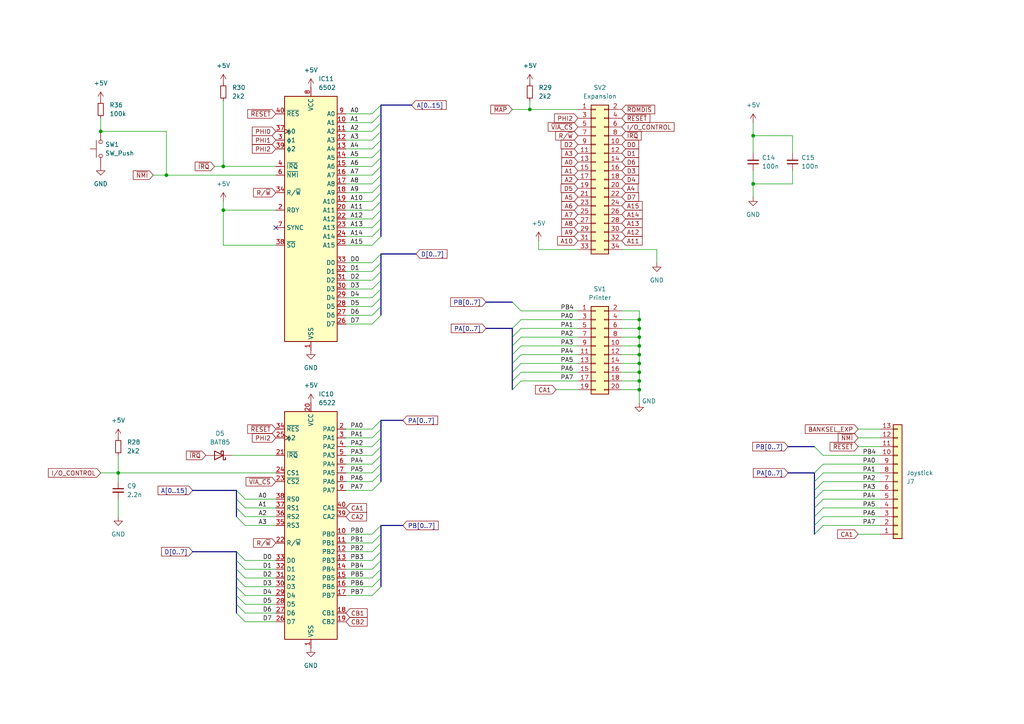
<source format=kicad_sch>
(kicad_sch (version 20231120) (generator "eeschema") (generator_version "8.0")
  (paper "A4")
  (lib_symbols
    (symbol "65xx-library:6502"
      (property "Reference" "U" (at 2.54 40.64 0))
      (property "Value" "6502" (at 2.54 38.1 0))
      (symbol "6502_1_1"
        (pin power_in line (at 0 -38.1 90) (length 2.54) (name "VSS") (number "1"))
        (pin output line (at 10.16 27.94 180) (length 2.54) (name "A1") (number "10"))
        (pin output line (at 10.16 25.4 180) (length 2.54) (name "A2") (number "11"))
        (pin output line (at 10.16 22.86 180) (length 2.54) (name "A3") (number "12"))
        (pin output line (at 10.16 20.32 180) (length 2.54) (name "A4") (number "13"))
        (pin output line (at 10.16 17.78 180) (length 2.54) (name "A5") (number "14"))
        (pin output line (at 10.16 15.24 180) (length 2.54) (name "A6") (number "15"))
        (pin output line (at 10.16 12.7 180) (length 2.54) (name "A7") (number "16"))
        (pin output line (at 10.16 10.16 180) (length 2.54) (name "A8") (number "17"))
        (pin output line (at 10.16 7.62 180) (length 2.54) (name "A9") (number "18"))
        (pin output line (at 10.16 5.08 180) (length 2.54) (name "A10") (number "19"))
        (pin input line (at -10.16 2.54 0) (length 2.54) (name "RDY") (number "2"))
        (pin output line (at 10.16 2.54 180) (length 2.54) (name "A11") (number "20"))
        (pin passive line (at 0 -38.1 90) (length 2.54) hide (name "VSS") (number "21"))
        (pin output line (at 10.16 0 180) (length 2.54) (name "A12") (number "22"))
        (pin output line (at 10.16 -2.54 180) (length 2.54) (name "A13") (number "23"))
        (pin output line (at 10.16 -5.08 180) (length 2.54) (name "A14") (number "24"))
        (pin output line (at 10.16 -7.62 180) (length 2.54) (name "A15") (number "25"))
        (pin bidirectional line (at 10.16 -30.48 180) (length 2.54) (name "D7") (number "26"))
        (pin bidirectional line (at 10.16 -27.94 180) (length 2.54) (name "D6") (number "27"))
        (pin bidirectional line (at 10.16 -25.4 180) (length 2.54) (name "D5") (number "28"))
        (pin bidirectional line (at 10.16 -22.86 180) (length 2.54) (name "D4") (number "29"))
        (pin output line (at -10.16 22.86 0) (length 2.54) (name "ϕ1") (number "3"))
        (pin bidirectional line (at 10.16 -20.32 180) (length 2.54) (name "D3") (number "30"))
        (pin bidirectional line (at 10.16 -17.78 180) (length 2.54) (name "D2") (number "31"))
        (pin bidirectional line (at 10.16 -15.24 180) (length 2.54) (name "D1") (number "32"))
        (pin bidirectional line (at 10.16 -12.7 180) (length 2.54) (name "D0") (number "33"))
        (pin output line (at -10.16 7.62 0) (length 2.54) (name "R/~{W}") (number "34"))
        (pin no_connect non_logic (at -7.62 -15.24 0) (length 2.54) hide (name "nc") (number "35"))
        (pin no_connect non_logic (at -7.62 -17.78 0) (length 2.54) hide (name "nc") (number "36"))
        (pin input clock (at -10.16 25.4 0) (length 2.54) (name "ϕ0") (number "37"))
        (pin input line (at -10.16 -7.62 0) (length 2.54) (name "~{SO}") (number "38"))
        (pin output line (at -10.16 20.32 0) (length 2.54) (name "ϕ2") (number "39"))
        (pin input line (at -10.16 15.24 0) (length 2.54) (name "~{IRQ}") (number "4"))
        (pin input line (at -10.16 30.48 0) (length 2.54) (name "~{RES}") (number "40"))
        (pin no_connect non_logic (at -7.62 -12.7 0) (length 2.54) hide (name "nc") (number "5"))
        (pin input line (at -10.16 12.7 0) (length 2.54) (name "~{NMI}") (number "6"))
        (pin output line (at -10.16 -2.54 0) (length 2.54) (name "SYNC") (number "7"))
        (pin power_in line (at 0 38.1 270) (length 2.54) (name "VCC") (number "8"))
        (pin output line (at 10.16 30.48 180) (length 2.54) (name "A0") (number "9"))
      )
    )
    (symbol "65xx-library:6522"
      (property "Reference" "U" (at 2.54 38.1 0))
      (property "Value" "6522" (at 2.54 35.56 0))
      (symbol "6522_1_1"
        (pin power_in line (at 0 -35.56 90) (length 2.54) (name "VSS") (number "1"))
        (pin bidirectional line (at 10.16 -2.54 180) (length 2.54) (name "PB0") (number "10"))
        (pin bidirectional line (at 10.16 -5.08 180) (length 2.54) (name "PB1") (number "11"))
        (pin bidirectional line (at 10.16 -7.62 180) (length 2.54) (name "PB2") (number "12"))
        (pin bidirectional line (at 10.16 -10.16 180) (length 2.54) (name "PB3") (number "13"))
        (pin bidirectional line (at 10.16 -12.7 180) (length 2.54) (name "PB4") (number "14"))
        (pin bidirectional line (at 10.16 -15.24 180) (length 2.54) (name "PB5") (number "15"))
        (pin bidirectional line (at 10.16 -17.78 180) (length 2.54) (name "PB6") (number "16"))
        (pin bidirectional line (at 10.16 -20.32 180) (length 2.54) (name "PB7") (number "17"))
        (pin input line (at 10.16 -25.4 180) (length 2.54) (name "CB1") (number "18"))
        (pin bidirectional line (at 10.16 -27.94 180) (length 2.54) (name "CB2") (number "19"))
        (pin bidirectional line (at 10.16 27.94 180) (length 2.54) (name "PA0") (number "2"))
        (pin power_in line (at 0 35.56 270) (length 2.54) (name "VCC") (number "20"))
        (pin open_collector line (at -10.16 20.32 0) (length 2.54) (name "~{IRQ}") (number "21"))
        (pin input line (at -10.16 -5.08 0) (length 2.54) (name "R/~{W}") (number "22"))
        (pin input line (at -10.16 12.7 0) (length 2.54) (name "~{CS2}") (number "23"))
        (pin input line (at -10.16 15.24 0) (length 2.54) (name "CS1") (number "24"))
        (pin input clock (at -10.16 25.4 0) (length 2.54) (name "ϕ2") (number "25"))
        (pin bidirectional line (at -10.16 -27.94 0) (length 2.54) (name "D7") (number "26"))
        (pin bidirectional line (at -10.16 -25.4 0) (length 2.54) (name "D6") (number "27"))
        (pin bidirectional line (at -10.16 -22.86 0) (length 2.54) (name "D5") (number "28"))
        (pin bidirectional line (at -10.16 -20.32 0) (length 2.54) (name "D4") (number "29"))
        (pin bidirectional line (at 10.16 25.4 180) (length 2.54) (name "PA1") (number "3"))
        (pin bidirectional line (at -10.16 -17.78 0) (length 2.54) (name "D3") (number "30"))
        (pin bidirectional line (at -10.16 -15.24 0) (length 2.54) (name "D2") (number "31"))
        (pin bidirectional line (at -10.16 -12.7 0) (length 2.54) (name "D1") (number "32"))
        (pin bidirectional line (at -10.16 -10.16 0) (length 2.54) (name "D0") (number "33"))
        (pin input line (at -10.16 27.94 0) (length 2.54) (name "~{RES}") (number "34"))
        (pin input line (at -10.16 0 0) (length 2.54) (name "RS3") (number "35"))
        (pin input line (at -10.16 2.54 0) (length 2.54) (name "RS2") (number "36"))
        (pin input line (at -10.16 5.08 0) (length 2.54) (name "RS1") (number "37"))
        (pin input line (at -10.16 7.62 0) (length 2.54) (name "RS0") (number "38"))
        (pin bidirectional line (at 10.16 2.54 180) (length 2.54) (name "CA2") (number "39"))
        (pin bidirectional line (at 10.16 22.86 180) (length 2.54) (name "PA2") (number "4"))
        (pin input line (at 10.16 5.08 180) (length 2.54) (name "CA1") (number "40"))
        (pin bidirectional line (at 10.16 20.32 180) (length 2.54) (name "PA3") (number "5"))
        (pin bidirectional line (at 10.16 17.78 180) (length 2.54) (name "PA4") (number "6"))
        (pin bidirectional line (at 10.16 15.24 180) (length 2.54) (name "PA5") (number "7"))
        (pin bidirectional line (at 10.16 12.7 180) (length 2.54) (name "PA6") (number "8"))
        (pin bidirectional line (at 10.16 10.16 180) (length 2.54) (name "PA7") (number "9"))
      )
    )
    (symbol "Connector_Generic:Conn_01x13" (pin_names (offset 1.016) hide)
      (property "Reference" "J" (at 0 17.78 0))
      (property "Value" "Conn_01x13" (at 0 -17.78 0))
      (symbol "Conn_01x13_1_1"
        (pin passive line (at -5.08 15.24 0) (length 3.81) (name "Pin_1") (number "1"))
        (pin passive line (at -5.08 -7.62 0) (length 3.81) (name "Pin_10") (number "10"))
        (pin passive line (at -5.08 -10.16 0) (length 3.81) (name "Pin_11") (number "11"))
        (pin passive line (at -5.08 -12.7 0) (length 3.81) (name "Pin_12") (number "12"))
        (pin passive line (at -5.08 -15.24 0) (length 3.81) (name "Pin_13") (number "13"))
        (pin passive line (at -5.08 12.7 0) (length 3.81) (name "Pin_2") (number "2"))
        (pin passive line (at -5.08 10.16 0) (length 3.81) (name "Pin_3") (number "3"))
        (pin passive line (at -5.08 7.62 0) (length 3.81) (name "Pin_4") (number "4"))
        (pin passive line (at -5.08 5.08 0) (length 3.81) (name "Pin_5") (number "5"))
        (pin passive line (at -5.08 2.54 0) (length 3.81) (name "Pin_6") (number "6"))
        (pin passive line (at -5.08 0 0) (length 3.81) (name "Pin_7") (number "7"))
        (pin passive line (at -5.08 -2.54 0) (length 3.81) (name "Pin_8") (number "8"))
        (pin passive line (at -5.08 -5.08 0) (length 3.81) (name "Pin_9") (number "9"))
      )
    )
    (symbol "Connector_Generic:Conn_02x10_Odd_Even" (pin_names (offset 1.016) hide)
      (property "Reference" "J" (at 1.27 12.7 0))
      (property "Value" "Conn_02x10_Odd_Even" (at 1.27 -15.24 0))
      (symbol "Conn_02x10_Odd_Even_1_1"
        (pin passive line (at -5.08 10.16 0) (length 3.81) (name "Pin_1") (number "1"))
        (pin passive line (at 7.62 0 180) (length 3.81) (name "Pin_10") (number "10"))
        (pin passive line (at -5.08 -2.54 0) (length 3.81) (name "Pin_11") (number "11"))
        (pin passive line (at 7.62 -2.54 180) (length 3.81) (name "Pin_12") (number "12"))
        (pin passive line (at -5.08 -5.08 0) (length 3.81) (name "Pin_13") (number "13"))
        (pin passive line (at 7.62 -5.08 180) (length 3.81) (name "Pin_14") (number "14"))
        (pin passive line (at -5.08 -7.62 0) (length 3.81) (name "Pin_15") (number "15"))
        (pin passive line (at 7.62 -7.62 180) (length 3.81) (name "Pin_16") (number "16"))
        (pin passive line (at -5.08 -10.16 0) (length 3.81) (name "Pin_17") (number "17"))
        (pin passive line (at 7.62 -10.16 180) (length 3.81) (name "Pin_18") (number "18"))
        (pin passive line (at -5.08 -12.7 0) (length 3.81) (name "Pin_19") (number "19"))
        (pin passive line (at 7.62 10.16 180) (length 3.81) (name "Pin_2") (number "2"))
        (pin passive line (at 7.62 -12.7 180) (length 3.81) (name "Pin_20") (number "20"))
        (pin passive line (at -5.08 7.62 0) (length 3.81) (name "Pin_3") (number "3"))
        (pin passive line (at 7.62 7.62 180) (length 3.81) (name "Pin_4") (number "4"))
        (pin passive line (at -5.08 5.08 0) (length 3.81) (name "Pin_5") (number "5"))
        (pin passive line (at 7.62 5.08 180) (length 3.81) (name "Pin_6") (number "6"))
        (pin passive line (at -5.08 2.54 0) (length 3.81) (name "Pin_7") (number "7"))
        (pin passive line (at 7.62 2.54 180) (length 3.81) (name "Pin_8") (number "8"))
        (pin passive line (at -5.08 0 0) (length 3.81) (name "Pin_9") (number "9"))
      )
    )
    (symbol "Connector_Generic:Conn_02x17_Odd_Even" (pin_names (offset 1.016) hide)
      (property "Reference" "J" (at 1.27 22.86 0))
      (property "Value" "Conn_02x17_Odd_Even" (at 1.27 -22.86 0))
      (symbol "Conn_02x17_Odd_Even_1_1"
        (pin passive line (at -5.08 20.32 0) (length 3.81) (name "Pin_1") (number "1"))
        (pin passive line (at 7.62 10.16 180) (length 3.81) (name "Pin_10") (number "10"))
        (pin passive line (at -5.08 7.62 0) (length 3.81) (name "Pin_11") (number "11"))
        (pin passive line (at 7.62 7.62 180) (length 3.81) (name "Pin_12") (number "12"))
        (pin passive line (at -5.08 5.08 0) (length 3.81) (name "Pin_13") (number "13"))
        (pin passive line (at 7.62 5.08 180) (length 3.81) (name "Pin_14") (number "14"))
        (pin passive line (at -5.08 2.54 0) (length 3.81) (name "Pin_15") (number "15"))
        (pin passive line (at 7.62 2.54 180) (length 3.81) (name "Pin_16") (number "16"))
        (pin passive line (at -5.08 0 0) (length 3.81) (name "Pin_17") (number "17"))
        (pin passive line (at 7.62 0 180) (length 3.81) (name "Pin_18") (number "18"))
        (pin passive line (at -5.08 -2.54 0) (length 3.81) (name "Pin_19") (number "19"))
        (pin passive line (at 7.62 20.32 180) (length 3.81) (name "Pin_2") (number "2"))
        (pin passive line (at 7.62 -2.54 180) (length 3.81) (name "Pin_20") (number "20"))
        (pin passive line (at -5.08 -5.08 0) (length 3.81) (name "Pin_21") (number "21"))
        (pin passive line (at 7.62 -5.08 180) (length 3.81) (name "Pin_22") (number "22"))
        (pin passive line (at -5.08 -7.62 0) (length 3.81) (name "Pin_23") (number "23"))
        (pin passive line (at 7.62 -7.62 180) (length 3.81) (name "Pin_24") (number "24"))
        (pin passive line (at -5.08 -10.16 0) (length 3.81) (name "Pin_25") (number "25"))
        (pin passive line (at 7.62 -10.16 180) (length 3.81) (name "Pin_26") (number "26"))
        (pin passive line (at -5.08 -12.7 0) (length 3.81) (name "Pin_27") (number "27"))
        (pin passive line (at 7.62 -12.7 180) (length 3.81) (name "Pin_28") (number "28"))
        (pin passive line (at -5.08 -15.24 0) (length 3.81) (name "Pin_29") (number "29"))
        (pin passive line (at -5.08 17.78 0) (length 3.81) (name "Pin_3") (number "3"))
        (pin passive line (at 7.62 -15.24 180) (length 3.81) (name "Pin_30") (number "30"))
        (pin passive line (at -5.08 -17.78 0) (length 3.81) (name "Pin_31") (number "31"))
        (pin passive line (at 7.62 -17.78 180) (length 3.81) (name "Pin_32") (number "32"))
        (pin passive line (at -5.08 -20.32 0) (length 3.81) (name "Pin_33") (number "33"))
        (pin passive line (at 7.62 -20.32 180) (length 3.81) (name "Pin_34") (number "34"))
        (pin passive line (at 7.62 17.78 180) (length 3.81) (name "Pin_4") (number "4"))
        (pin passive line (at -5.08 15.24 0) (length 3.81) (name "Pin_5") (number "5"))
        (pin passive line (at 7.62 15.24 180) (length 3.81) (name "Pin_6") (number "6"))
        (pin passive line (at -5.08 12.7 0) (length 3.81) (name "Pin_7") (number "7"))
        (pin passive line (at 7.62 12.7 180) (length 3.81) (name "Pin_8") (number "8"))
        (pin passive line (at -5.08 10.16 0) (length 3.81) (name "Pin_9") (number "9"))
      )
    )
    (symbol "Device:C_Small" (pin_numbers hide) (pin_names (offset 0.254) hide)
      (property "Reference" "C" (at 0.254 1.778 0))
      (property "Value" "C_Small" (at 0.254 -2.032 0))
      (symbol "C_Small_1_1"
        (pin passive line (at 0 2.54 270) (length 2.032) (name "~") (number "1"))
        (pin passive line (at 0 -2.54 90) (length 2.032) (name "~") (number "2"))
      )
    )
    (symbol "Device:R_Small" (pin_numbers hide) (pin_names (offset 0.254) hide)
      (property "Reference" "R" (at 0.762 0.508 0))
      (property "Value" "R_Small" (at 0.762 -1.016 0))
      (symbol "R_Small_1_1"
        (pin passive line (at 0 2.54 270) (length 0.762) (name "~") (number "1"))
        (pin passive line (at 0 -2.54 90) (length 0.762) (name "~") (number "2"))
      )
    )
    (symbol "Diode:BAT85" (pin_numbers hide) (pin_names (offset 1.016) hide)
      (property "Reference" "D" (at 0 2.54 0))
      (property "Value" "BAT85" (at 0 -2.54 0))
      (symbol "BAT85_1_1"
        (pin passive line (at -3.81 0 0) (length 2.54) (name "K") (number "1"))
        (pin passive line (at 3.81 0 180) (length 2.54) (name "A") (number "2"))
      )
    )
    (symbol "Switch:SW_Push" (pin_numbers hide) (pin_names (offset 1.016) hide)
      (property "Reference" "SW" (at 1.27 2.54 0))
      (property "Value" "SW_Push" (at 0 -1.524 0))
      (symbol "SW_Push_0_1"
        (pin passive line (at -5.08 0 0) (length 2.54) (name "1") (number "1"))
        (pin passive line (at 5.08 0 180) (length 2.54) (name "2") (number "2"))
      )
    )
    (symbol "power:+5V" (power) (pin_numbers hide) (pin_names (offset 0) hide)
      (property "Value" "+5V" (at 0 3.556 0))
      (symbol "+5V_1_1"
        (pin power_in line (at 0 0 90) (length 0) (name "~") (number "1"))
      )
    )
    (symbol "power:GND" (power) (pin_numbers hide) (pin_names (offset 0) hide)
      (property "Value" "GND" (at 0 -3.81 0))
      (symbol "GND_1_1"
        (pin power_in line (at 0 0 270) (length 0) (name "~") (number "1"))
      )
    )
  )
  (junction (at 185.42 113.03))
  (junction (at 153.67 31.75))
  (junction (at 185.42 105.41))
  (junction (at 218.44 39.37))
  (junction (at 185.42 107.95))
  (junction (at 185.42 100.33))
  (junction (at 185.42 102.87))
  (junction (at 34.29 137.16))
  (junction (at 185.42 92.71))
  (junction (at 64.77 60.96))
  (junction (at 29.21 38.1))
  (junction (at 185.42 95.25))
  (junction (at 48.26 50.8))
  (junction (at 185.42 97.79))
  (junction (at 64.77 48.26))
  (junction (at 218.44 53.34))
  (junction (at 185.42 110.49))
  (no_connect (at 80.01 66.04))
  (bus_entry (at 107.95 170.18) (size 2.54 -2.54))
  (bus_entry (at 107.95 137.16) (size 2.54 -2.54))
  (bus_entry (at 236.22 144.78) (size 2.54 -2.54))
  (bus_entry (at 107.95 43.18) (size 2.54 -2.54))
  (bus_entry (at 107.95 40.64) (size 2.54 -2.54))
  (bus_entry (at 68.58 160.02) (size 2.54 2.54))
  (bus_entry (at 107.95 172.72) (size 2.54 -2.54))
  (bus_entry (at 148.59 95.25) (size 2.54 -2.54))
  (bus_entry (at 107.95 83.82) (size 2.54 -2.54))
  (bus_entry (at 68.58 149.86) (size 2.54 2.54))
  (bus_entry (at 107.95 38.1) (size 2.54 -2.54))
  (bus_entry (at 107.95 45.72) (size 2.54 -2.54))
  (bus_entry (at 107.95 134.62) (size 2.54 -2.54))
  (bus_entry (at 107.95 127) (size 2.54 -2.54))
  (bus_entry (at 148.59 113.03) (size 2.54 -2.54))
  (bus_entry (at 107.95 165.1) (size 2.54 -2.54))
  (bus_entry (at 68.58 167.64) (size 2.54 2.54))
  (bus_entry (at 107.95 162.56) (size 2.54 -2.54))
  (bus_entry (at 107.95 142.24) (size 2.54 -2.54))
  (bus_entry (at 107.95 35.56) (size 2.54 -2.54))
  (bus_entry (at 236.22 139.7) (size 2.54 -2.54))
  (bus_entry (at 107.95 53.34) (size 2.54 -2.54))
  (bus_entry (at 148.59 107.95) (size 2.54 -2.54))
  (bus_entry (at 148.59 97.79) (size 2.54 -2.54))
  (bus_entry (at 107.95 160.02) (size 2.54 -2.54))
  (bus_entry (at 68.58 172.72) (size 2.54 2.54))
  (bus_entry (at 68.58 144.78) (size 2.54 2.54))
  (bus_entry (at 148.59 110.49) (size 2.54 -2.54))
  (bus_entry (at 68.58 177.8) (size 2.54 2.54))
  (bus_entry (at 107.95 93.98) (size 2.54 -2.54))
  (bus_entry (at 107.95 76.2) (size 2.54 -2.54))
  (bus_entry (at 107.95 91.44) (size 2.54 -2.54))
  (bus_entry (at 107.95 124.46) (size 2.54 -2.54))
  (bus_entry (at 68.58 175.26) (size 2.54 2.54))
  (bus_entry (at 107.95 33.02) (size 2.54 -2.54))
  (bus_entry (at 107.95 132.08) (size 2.54 -2.54))
  (bus_entry (at 107.95 68.58) (size 2.54 -2.54))
  (bus_entry (at 68.58 162.56) (size 2.54 2.54))
  (bus_entry (at 107.95 71.12) (size 2.54 -2.54))
  (bus_entry (at 107.95 63.5) (size 2.54 -2.54))
  (bus_entry (at 68.58 170.18) (size 2.54 2.54))
  (bus_entry (at 236.22 142.24) (size 2.54 -2.54))
  (bus_entry (at 107.95 139.7) (size 2.54 -2.54))
  (bus_entry (at 236.22 154.94) (size 2.54 -2.54))
  (bus_entry (at 148.59 102.87) (size 2.54 -2.54))
  (bus_entry (at 107.95 86.36) (size 2.54 -2.54))
  (bus_entry (at 107.95 154.94) (size 2.54 -2.54))
  (bus_entry (at 236.22 137.16) (size 2.54 -2.54))
  (bus_entry (at 148.59 100.33) (size 2.54 -2.54))
  (bus_entry (at 236.22 152.4) (size 2.54 -2.54))
  (bus_entry (at 107.95 157.48) (size 2.54 -2.54))
  (bus_entry (at 107.95 81.28) (size 2.54 -2.54))
  (bus_entry (at 236.22 149.86) (size 2.54 -2.54))
  (bus_entry (at 151.13 90.17) (size -2.54 -2.54))
  (bus_entry (at 107.95 66.04) (size 2.54 -2.54))
  (bus_entry (at 236.22 147.32) (size 2.54 -2.54))
  (bus_entry (at 107.95 167.64) (size 2.54 -2.54))
  (bus_entry (at 107.95 50.8) (size 2.54 -2.54))
  (bus_entry (at 107.95 129.54) (size 2.54 -2.54))
  (bus_entry (at 68.58 142.24) (size 2.54 2.54))
  (bus_entry (at 107.95 78.74) (size 2.54 -2.54))
  (bus_entry (at 107.95 58.42) (size 2.54 -2.54))
  (bus_entry (at 107.95 55.88) (size 2.54 -2.54))
  (bus_entry (at 107.95 88.9) (size 2.54 -2.54))
  (bus_entry (at 68.58 165.1) (size 2.54 2.54))
  (bus_entry (at 68.58 147.32) (size 2.54 2.54))
  (bus_entry (at 107.95 60.96) (size 2.54 -2.54))
  (bus_entry (at 107.95 48.26) (size 2.54 -2.54))
  (bus_entry (at 238.76 132.08) (size -2.54 -2.54))
  (bus_entry (at 148.59 105.41) (size 2.54 -2.54))
  (wire (pts (xy 80.01 71.12) (xy 64.77 71.12)))
  (bus (pts (xy 110.49 38.1) (xy 110.49 35.56)))
  (wire (pts (xy 100.33 43.18) (xy 107.95 43.18)))
  (wire (pts (xy 180.34 100.33) (xy 185.42 100.33)))
  (wire (pts (xy 100.33 78.74) (xy 107.95 78.74)))
  (wire (pts (xy 238.76 149.86) (xy 255.27 149.86)))
  (wire (pts (xy 218.44 35.56) (xy 218.44 39.37)))
  (wire (pts (xy 100.33 157.48) (xy 107.95 157.48)))
  (wire (pts (xy 229.87 39.37) (xy 229.87 44.45)))
  (wire (pts (xy 180.34 95.25) (xy 185.42 95.25)))
  (bus (pts (xy 110.49 127) (xy 110.49 124.46)))
  (wire (pts (xy 71.12 175.26) (xy 80.01 175.26)))
  (wire (pts (xy 238.76 142.24) (xy 255.27 142.24)))
  (wire (pts (xy 248.92 129.54) (xy 255.27 129.54)))
  (wire (pts (xy 64.77 58.42) (xy 64.77 60.96)))
  (wire (pts (xy 218.44 53.34) (xy 218.44 57.15)))
  (wire (pts (xy 100.33 55.88) (xy 107.95 55.88)))
  (wire (pts (xy 248.92 124.46) (xy 255.27 124.46)))
  (bus (pts (xy 110.49 88.9) (xy 110.49 86.36)))
  (wire (pts (xy 190.5 72.39) (xy 190.5 76.2)))
  (wire (pts (xy 238.76 139.7) (xy 255.27 139.7)))
  (wire (pts (xy 153.67 29.21) (xy 153.67 31.75)))
  (wire (pts (xy 100.33 45.72) (xy 107.95 45.72)))
  (wire (pts (xy 180.34 102.87) (xy 185.42 102.87)))
  (wire (pts (xy 71.12 144.78) (xy 80.01 144.78)))
  (bus (pts (xy 68.58 149.86) (xy 68.58 147.32)))
  (wire (pts (xy 34.29 132.08) (xy 34.29 137.16)))
  (wire (pts (xy 151.13 95.25) (xy 167.64 95.25)))
  (wire (pts (xy 100.33 53.34) (xy 107.95 53.34)))
  (wire (pts (xy 71.12 167.64) (xy 80.01 167.64)))
  (wire (pts (xy 156.21 69.85) (xy 156.21 72.39)))
  (wire (pts (xy 44.45 50.8) (xy 48.26 50.8)))
  (wire (pts (xy 229.87 53.34) (xy 218.44 53.34)))
  (bus (pts (xy 236.22 149.86) (xy 236.22 147.32)))
  (bus (pts (xy 110.49 43.18) (xy 110.49 40.64)))
  (wire (pts (xy 100.33 71.12) (xy 107.95 71.12)))
  (bus (pts (xy 140.97 95.25) (xy 148.59 95.25)))
  (wire (pts (xy 100.33 167.64) (xy 107.95 167.64)))
  (bus (pts (xy 110.49 121.92) (xy 116.84 121.92)))
  (wire (pts (xy 218.44 39.37) (xy 229.87 39.37)))
  (bus (pts (xy 68.58 147.32) (xy 68.58 144.78)))
  (wire (pts (xy 71.12 172.72) (xy 80.01 172.72)))
  (bus (pts (xy 110.49 170.18) (xy 110.49 167.64)))
  (wire (pts (xy 100.33 91.44) (xy 107.95 91.44)))
  (bus (pts (xy 110.49 53.34) (xy 110.49 50.8)))
  (bus (pts (xy 110.49 91.44) (xy 110.49 88.9)))
  (bus (pts (xy 68.58 172.72) (xy 68.58 170.18)))
  (wire (pts (xy 185.42 97.79) (xy 185.42 100.33)))
  (bus (pts (xy 148.59 97.79) (xy 148.59 95.25)))
  (wire (pts (xy 100.33 139.7) (xy 107.95 139.7)))
  (bus (pts (xy 110.49 60.96) (xy 110.49 58.42)))
  (bus (pts (xy 68.58 144.78) (xy 68.58 142.24)))
  (wire (pts (xy 100.33 50.8) (xy 107.95 50.8)))
  (wire (pts (xy 100.33 63.5) (xy 107.95 63.5)))
  (wire (pts (xy 180.34 110.49) (xy 185.42 110.49)))
  (wire (pts (xy 48.26 50.8) (xy 80.01 50.8)))
  (wire (pts (xy 180.34 92.71) (xy 185.42 92.71)))
  (bus (pts (xy 110.49 76.2) (xy 110.49 73.66)))
  (wire (pts (xy 151.13 100.33) (xy 167.64 100.33)))
  (wire (pts (xy 100.33 68.58) (xy 107.95 68.58)))
  (bus (pts (xy 236.22 147.32) (xy 236.22 144.78)))
  (wire (pts (xy 180.34 72.39) (xy 190.5 72.39)))
  (wire (pts (xy 100.33 162.56) (xy 107.95 162.56)))
  (bus (pts (xy 110.49 129.54) (xy 110.49 127)))
  (wire (pts (xy 100.33 137.16) (xy 107.95 137.16)))
  (wire (pts (xy 151.13 110.49) (xy 167.64 110.49)))
  (bus (pts (xy 236.22 139.7) (xy 236.22 137.16)))
  (wire (pts (xy 180.34 90.17) (xy 185.42 90.17)))
  (wire (pts (xy 71.12 170.18) (xy 80.01 170.18)))
  (wire (pts (xy 100.33 76.2) (xy 107.95 76.2)))
  (bus (pts (xy 110.49 73.66) (xy 120.65 73.66)))
  (wire (pts (xy 248.92 154.94) (xy 255.27 154.94)))
  (wire (pts (xy 151.13 105.41) (xy 167.64 105.41)))
  (bus (pts (xy 110.49 124.46) (xy 110.49 121.92)))
  (bus (pts (xy 110.49 45.72) (xy 110.49 43.18)))
  (wire (pts (xy 238.76 152.4) (xy 255.27 152.4)))
  (wire (pts (xy 71.12 149.86) (xy 80.01 149.86)))
  (wire (pts (xy 185.42 95.25) (xy 185.42 97.79)))
  (wire (pts (xy 148.59 31.75) (xy 153.67 31.75)))
  (wire (pts (xy 238.76 132.08) (xy 255.27 132.08)))
  (wire (pts (xy 185.42 92.71) (xy 185.42 95.25)))
  (wire (pts (xy 238.76 137.16) (xy 255.27 137.16)))
  (bus (pts (xy 110.49 152.4) (xy 116.84 152.4)))
  (wire (pts (xy 71.12 177.8) (xy 80.01 177.8)))
  (bus (pts (xy 68.58 175.26) (xy 68.58 172.72)))
  (bus (pts (xy 110.49 134.62) (xy 110.49 132.08)))
  (wire (pts (xy 185.42 113.03) (xy 185.42 116.84)))
  (wire (pts (xy 100.33 66.04) (xy 107.95 66.04)))
  (wire (pts (xy 100.33 86.36) (xy 107.95 86.36)))
  (bus (pts (xy 110.49 33.02) (xy 110.49 30.48)))
  (bus (pts (xy 110.49 139.7) (xy 110.49 137.16)))
  (wire (pts (xy 34.29 149.86) (xy 34.29 144.78)))
  (bus (pts (xy 110.49 162.56) (xy 110.49 165.1)))
  (bus (pts (xy 110.49 35.56) (xy 110.49 33.02)))
  (bus (pts (xy 110.49 132.08) (xy 110.49 129.54)))
  (bus (pts (xy 110.49 86.36) (xy 110.49 83.82)))
  (wire (pts (xy 218.44 44.45) (xy 218.44 39.37)))
  (wire (pts (xy 167.64 72.39) (xy 156.21 72.39)))
  (bus (pts (xy 110.49 154.94) (xy 110.49 152.4)))
  (wire (pts (xy 100.33 40.64) (xy 107.95 40.64)))
  (bus (pts (xy 110.49 40.64) (xy 110.49 38.1)))
  (bus (pts (xy 110.49 160.02) (xy 110.49 157.48)))
  (bus (pts (xy 110.49 78.74) (xy 110.49 76.2)))
  (wire (pts (xy 180.34 113.03) (xy 185.42 113.03)))
  (wire (pts (xy 29.21 34.29) (xy 29.21 38.1)))
  (bus (pts (xy 68.58 167.64) (xy 68.58 165.1)))
  (wire (pts (xy 100.33 93.98) (xy 107.95 93.98)))
  (wire (pts (xy 151.13 92.71) (xy 167.64 92.71)))
  (wire (pts (xy 100.33 134.62) (xy 107.95 134.62)))
  (bus (pts (xy 68.58 177.8) (xy 68.58 175.26)))
  (wire (pts (xy 71.12 152.4) (xy 80.01 152.4)))
  (bus (pts (xy 110.49 157.48) (xy 110.49 154.94)))
  (bus (pts (xy 110.49 48.26) (xy 110.49 45.72)))
  (wire (pts (xy 64.77 29.21) (xy 64.77 48.26)))
  (wire (pts (xy 151.13 107.95) (xy 167.64 107.95)))
  (bus (pts (xy 236.22 144.78) (xy 236.22 142.24)))
  (wire (pts (xy 100.33 38.1) (xy 107.95 38.1)))
  (wire (pts (xy 100.33 129.54) (xy 107.95 129.54)))
  (wire (pts (xy 100.33 172.72) (xy 107.95 172.72)))
  (bus (pts (xy 228.6 137.16) (xy 236.22 137.16)))
  (bus (pts (xy 236.22 154.94) (xy 236.22 152.4)))
  (wire (pts (xy 100.33 35.56) (xy 107.95 35.56)))
  (bus (pts (xy 68.58 165.1) (xy 68.58 162.56)))
  (wire (pts (xy 100.33 33.02) (xy 107.95 33.02)))
  (wire (pts (xy 100.33 142.24) (xy 107.95 142.24)))
  (wire (pts (xy 100.33 170.18) (xy 107.95 170.18)))
  (wire (pts (xy 34.29 137.16) (xy 34.29 139.7)))
  (wire (pts (xy 185.42 102.87) (xy 185.42 105.41)))
  (wire (pts (xy 71.12 162.56) (xy 80.01 162.56)))
  (bus (pts (xy 148.59 107.95) (xy 148.59 105.41)))
  (bus (pts (xy 55.88 142.24) (xy 68.58 142.24)))
  (wire (pts (xy 100.33 124.46) (xy 107.95 124.46)))
  (bus (pts (xy 68.58 162.56) (xy 68.58 160.02)))
  (wire (pts (xy 218.44 53.34) (xy 218.44 49.53)))
  (bus (pts (xy 110.49 83.82) (xy 110.49 81.28)))
  (bus (pts (xy 148.59 100.33) (xy 148.59 97.79)))
  (wire (pts (xy 248.92 127) (xy 255.27 127)))
  (bus (pts (xy 148.59 105.41) (xy 148.59 102.87)))
  (wire (pts (xy 180.34 107.95) (xy 185.42 107.95)))
  (wire (pts (xy 71.12 180.34) (xy 80.01 180.34)))
  (bus (pts (xy 110.49 63.5) (xy 110.49 60.96)))
  (bus (pts (xy 140.97 87.63) (xy 148.59 87.63)))
  (wire (pts (xy 29.21 137.16) (xy 34.29 137.16)))
  (bus (pts (xy 148.59 113.03) (xy 148.59 110.49)))
  (wire (pts (xy 185.42 107.95) (xy 185.42 110.49)))
  (wire (pts (xy 29.21 38.1) (xy 48.26 38.1)))
  (wire (pts (xy 151.13 90.17) (xy 167.64 90.17)))
  (wire (pts (xy 71.12 147.32) (xy 80.01 147.32)))
  (wire (pts (xy 71.12 165.1) (xy 80.01 165.1)))
  (wire (pts (xy 100.33 58.42) (xy 107.95 58.42)))
  (wire (pts (xy 238.76 147.32) (xy 255.27 147.32)))
  (bus (pts (xy 110.49 165.1) (xy 110.49 167.64)))
  (bus (pts (xy 110.49 81.28) (xy 110.49 78.74)))
  (wire (pts (xy 153.67 31.75) (xy 167.64 31.75)))
  (wire (pts (xy 100.33 88.9) (xy 107.95 88.9)))
  (wire (pts (xy 100.33 81.28) (xy 107.95 81.28)))
  (wire (pts (xy 64.77 60.96) (xy 80.01 60.96)))
  (bus (pts (xy 110.49 137.16) (xy 110.49 134.62)))
  (wire (pts (xy 64.77 48.26) (xy 80.01 48.26)))
  (wire (pts (xy 180.34 97.79) (xy 185.42 97.79)))
  (wire (pts (xy 180.34 105.41) (xy 185.42 105.41)))
  (bus (pts (xy 148.59 110.49) (xy 148.59 107.95)))
  (wire (pts (xy 151.13 102.87) (xy 167.64 102.87)))
  (bus (pts (xy 148.59 102.87) (xy 148.59 100.33)))
  (wire (pts (xy 100.33 160.02) (xy 107.95 160.02)))
  (wire (pts (xy 100.33 154.94) (xy 107.95 154.94)))
  (wire (pts (xy 185.42 100.33) (xy 185.42 102.87)))
  (bus (pts (xy 110.49 58.42) (xy 110.49 55.88)))
  (bus (pts (xy 55.88 160.02) (xy 68.58 160.02)))
  (wire (pts (xy 100.33 132.08) (xy 107.95 132.08)))
  (bus (pts (xy 236.22 142.24) (xy 236.22 139.7)))
  (bus (pts (xy 236.22 152.4) (xy 236.22 149.86)))
  (wire (pts (xy 185.42 90.17) (xy 185.42 92.71)))
  (wire (pts (xy 100.33 165.1) (xy 107.95 165.1)))
  (bus (pts (xy 228.6 129.54) (xy 236.22 129.54)))
  (wire (pts (xy 238.76 134.62) (xy 255.27 134.62)))
  (wire (pts (xy 48.26 50.8) (xy 48.26 38.1)))
  (wire (pts (xy 100.33 60.96) (xy 107.95 60.96)))
  (wire (pts (xy 229.87 49.53) (xy 229.87 53.34)))
  (wire (pts (xy 100.33 48.26) (xy 107.95 48.26)))
  (bus (pts (xy 110.49 55.88) (xy 110.49 53.34)))
  (bus (pts (xy 110.49 66.04) (xy 110.49 63.5)))
  (wire (pts (xy 238.76 144.78) (xy 255.27 144.78)))
  (bus (pts (xy 110.49 50.8) (xy 110.49 48.26)))
  (wire (pts (xy 151.13 97.79) (xy 167.64 97.79)))
  (wire (pts (xy 185.42 110.49) (xy 185.42 113.03)))
  (wire (pts (xy 64.77 60.96) (xy 64.77 71.12)))
  (wire (pts (xy 100.33 83.82) (xy 107.95 83.82)))
  (bus (pts (xy 110.49 30.48) (xy 119.38 30.48)))
  (wire (pts (xy 34.29 137.16) (xy 80.01 137.16)))
  (wire (pts (xy 185.42 105.41) (xy 185.42 107.95)))
  (bus (pts (xy 68.58 170.18) (xy 68.58 167.64)))
  (bus (pts (xy 110.49 68.58) (xy 110.49 66.04)))
  (bus (pts (xy 110.49 162.56) (xy 110.49 160.02)))
  (wire (pts (xy 67.31 132.08) (xy 80.01 132.08)))
  (wire (pts (xy 100.33 127) (xy 107.95 127)))
  (wire (pts (xy 161.29 113.03) (xy 167.64 113.03)))
  (wire (pts (xy 62.23 48.26) (xy 64.77 48.26)))
  (label "D3" (at 101.6 83.82 0))
  (label "PB1" (at 101.6 157.48 0))
  (label "PA5" (at 250.19 147.32 0))
  (label "PA3" (at 101.6 132.08 0))
  (label "A13" (at 101.6 66.04 0))
  (label "PA1" (at 250.19 137.16 0))
  (label "D5" (at 76.2 175.26 0))
  (label "D5" (at 101.6 88.9 0))
  (label "D0" (at 101.6 76.2 0))
  (label "D7" (at 76.2 180.34 0))
  (label "PA2" (at 162.56 97.79 0))
  (label "PA3" (at 162.56 100.33 0))
  (label "PB6" (at 101.6 170.18 0))
  (label "D7" (at 101.6 93.98 0))
  (label "PB4" (at 162.56 90.17 0))
  (label "PB3" (at 101.6 162.56 0))
  (label "A5" (at 101.6 45.72 0))
  (label "PA6" (at 250.19 149.86 0))
  (label "D4" (at 101.6 86.36 0))
  (label "D2" (at 101.6 81.28 0))
  (label "PA1" (at 162.56 95.25 0))
  (label "PA0" (at 101.6 124.46 0))
  (label "D1" (at 101.6 78.74 0))
  (label "A15" (at 101.6 71.12 0))
  (label "PA7" (at 162.56 110.49 0))
  (label "PB5" (at 101.6 167.64 0))
  (label "A3" (at 74.93 152.4 0))
  (label "A0" (at 101.6 33.02 0))
  (label "PB4" (at 101.6 165.1 0))
  (label "PA3" (at 250.19 142.24 0))
  (label "A2" (at 74.93 149.86 0))
  (label "PB0" (at 101.6 154.94 0))
  (label "A7" (at 101.6 50.8 0))
  (label "A1" (at 101.6 35.56 0))
  (label "A14" (at 101.6 68.58 0))
  (label "A4" (at 101.6 43.18 0))
  (label "A2" (at 101.6 38.1 0))
  (label "D1" (at 76.2 165.1 0))
  (label "PA6" (at 162.56 107.95 0))
  (label "PA2" (at 250.19 139.7 0))
  (label "A9" (at 101.6 55.88 0))
  (label "PA4" (at 162.56 102.87 0))
  (label "A0" (at 74.93 144.78 0))
  (label "PA1" (at 101.6 127 0))
  (label "A11" (at 101.6 60.96 0))
  (label "D4" (at 76.2 172.72 0))
  (label "PA0" (at 250.19 134.62 0))
  (label "PA6" (at 101.6 139.7 0))
  (label "A6" (at 101.6 48.26 0))
  (label "A12" (at 101.6 63.5 0))
  (label "D0" (at 76.2 162.56 0))
  (label "PB2" (at 101.6 160.02 0))
  (label "D6" (at 101.6 91.44 0))
  (label "PB7" (at 101.6 172.72 0))
  (label "PA5" (at 101.6 137.16 0))
  (label "A3" (at 101.6 40.64 0))
  (label "D3" (at 76.2 170.18 0))
  (label "A1" (at 74.93 147.32 0))
  (label "D6" (at 76.2 177.8 0))
  (label "PB4" (at 250.19 132.08 0))
  (label "A10" (at 101.6 58.42 0))
  (label "D2" (at 76.2 167.64 0))
  (label "PA4" (at 250.19 144.78 0))
  (label "A8" (at 101.6 53.34 0))
  (label "PA4" (at 101.6 134.62 0))
  (label "PA7" (at 101.6 142.24 0))
  (label "PA0" (at 162.56 92.71 0))
  (label "PA5" (at 162.56 105.41 0))
  (label "PA2" (at 101.6 129.54 0))
  (label "PA7" (at 250.19 152.4 0))
  (global_label "A12" (shape input) (at 180.34 67.31 0) (property "Intersheetrefs" "${INTERSHEET_REFS}" (effects (hide yes))))
  (global_label "PHI2" (shape input) (at 80.01 127 180) (property "Intersheetrefs" "${INTERSHEET_REFS}" (effects (hide yes))))
  (global_label "D0" (shape input) (at 180.34 41.91 0) (property "Intersheetrefs" "${INTERSHEET_REFS}" (effects (hide yes))))
  (global_label "A13" (shape input) (at 180.34 64.77 0) (property "Intersheetrefs" "${INTERSHEET_REFS}" (effects (hide yes))))
  (global_label "PHI2" (shape input) (at 167.64 34.29 180) (property "Intersheetrefs" "${INTERSHEET_REFS}" (effects (hide yes))))
  (global_label "A7" (shape input) (at 167.64 62.23 180) (property "Intersheetrefs" "${INTERSHEET_REFS}" (effects (hide yes))))
  (global_label "PB[0..7]" (shape input) (at 228.6 129.54 180) (property "Intersheetrefs" "${INTERSHEET_REFS}" (effects (hide yes))))
  (global_label "PHI1" (shape input) (at 80.01 40.64 180) (property "Intersheetrefs" "${INTERSHEET_REFS}" (effects (hide yes))))
  (global_label "A6" (shape input) (at 167.64 59.69 180) (property "Intersheetrefs" "${INTERSHEET_REFS}" (effects (hide yes))))
  (global_label "PA[0..7]" (shape input) (at 228.6 137.16 180) (property "Intersheetrefs" "${INTERSHEET_REFS}" (effects (hide yes))))
  (global_label "PHI2" (shape input) (at 80.01 43.18 180) (property "Intersheetrefs" "${INTERSHEET_REFS}" (effects (hide yes))))
  (global_label "CA2" (shape input) (at 100.33 149.86 0) (property "Intersheetrefs" "${INTERSHEET_REFS}" (effects (hide yes))))
  (global_label "A11" (shape input) (at 180.34 69.85 0) (property "Intersheetrefs" "${INTERSHEET_REFS}" (effects (hide yes))))
  (global_label "D2" (shape input) (at 167.64 41.91 180) (property "Intersheetrefs" "${INTERSHEET_REFS}" (effects (hide yes))))
  (global_label "~{IRQ}" (shape input) (at 62.23 48.26 180) (property "Intersheetrefs" "${INTERSHEET_REFS}" (effects (hide yes))))
  (global_label "~{MAP}" (shape input) (at 148.59 31.75 180) (property "Intersheetrefs" "${INTERSHEET_REFS}" (effects (hide yes))))
  (global_label "~{IRQ}" (shape input) (at 180.34 39.37 0) (property "Intersheetrefs" "${INTERSHEET_REFS}" (effects (hide yes))))
  (global_label "CA1" (shape input) (at 161.29 113.03 180) (property "Intersheetrefs" "${INTERSHEET_REFS}" (effects (hide yes))))
  (global_label "PB[0..7]" (shape input) (at 140.97 87.63 180) (property "Intersheetrefs" "${INTERSHEET_REFS}" (effects (hide yes))))
  (global_label "A10" (shape input) (at 167.64 69.85 180) (property "Intersheetrefs" "${INTERSHEET_REFS}" (effects (hide yes))))
  (global_label "A9" (shape input) (at 167.64 67.31 180) (property "Intersheetrefs" "${INTERSHEET_REFS}" (effects (hide yes))))
  (global_label "CA1" (shape input) (at 248.92 154.94 180) (property "Intersheetrefs" "${INTERSHEET_REFS}" (effects (hide yes))))
  (global_label "A14" (shape input) (at 180.34 62.23 0) (property "Intersheetrefs" "${INTERSHEET_REFS}" (effects (hide yes))))
  (global_label "A8" (shape input) (at 167.64 64.77 180) (property "Intersheetrefs" "${INTERSHEET_REFS}" (effects (hide yes))))
  (global_label "R{slash}~{W}" (shape input) (at 80.01 157.48 180) (property "Intersheetrefs" "${INTERSHEET_REFS}" (effects (hide yes))))
  (global_label "A[0..15]" (shape input) (at 119.38 30.48 0) (property "Intersheetrefs" "${INTERSHEET_REFS}" (effects (hide yes))))
  (global_label "PA[0..7]" (shape input) (at 140.97 95.25 180) (property "Intersheetrefs" "${INTERSHEET_REFS}" (effects (hide yes))))
  (global_label "D7" (shape input) (at 180.34 57.15 0) (property "Intersheetrefs" "${INTERSHEET_REFS}" (effects (hide yes))))
  (global_label "PB[0..7]" (shape input) (at 116.84 152.4 0) (property "Intersheetrefs" "${INTERSHEET_REFS}" (effects (hide yes))))
  (global_label "A1" (shape input) (at 167.64 49.53 180) (property "Intersheetrefs" "${INTERSHEET_REFS}" (effects (hide yes))))
  (global_label "~{RESET}" (shape input) (at 248.92 129.54 180) (property "Intersheetrefs" "${INTERSHEET_REFS}" (effects (hide yes))))
  (global_label "A0" (shape input) (at 167.64 46.99 180) (property "Intersheetrefs" "${INTERSHEET_REFS}" (effects (hide yes))))
  (global_label "PA[0..7]" (shape input) (at 116.84 121.92 0) (property "Intersheetrefs" "${INTERSHEET_REFS}" (effects (hide yes))))
  (global_label "CB2" (shape input) (at 100.33 180.34 0) (property "Intersheetrefs" "${INTERSHEET_REFS}" (effects (hide yes))))
  (global_label "A2" (shape input) (at 167.64 52.07 180) (property "Intersheetrefs" "${INTERSHEET_REFS}" (effects (hide yes))))
  (global_label "A3" (shape input) (at 167.64 44.45 180) (property "Intersheetrefs" "${INTERSHEET_REFS}" (effects (hide yes))))
  (global_label "~{VIA_CS}" (shape input) (at 80.01 139.7 180) (property "Intersheetrefs" "${INTERSHEET_REFS}" (effects (hide yes))))
  (global_label "BANKSEL_EXP" (shape input) (at 248.92 124.46 180) (property "Intersheetrefs" "${INTERSHEET_REFS}" (effects (hide yes))))
  (global_label "~{RESET}" (shape input) (at 80.01 124.46 180) (property "Intersheetrefs" "${INTERSHEET_REFS}" (effects (hide yes))))
  (global_label "R{slash}~{W}" (shape input) (at 80.01 55.88 180) (property "Intersheetrefs" "${INTERSHEET_REFS}" (effects (hide yes))))
  (global_label "~{IRQ}" (shape input) (at 59.69 132.08 180) (property "Intersheetrefs" "${INTERSHEET_REFS}" (effects (hide yes))))
  (global_label "~{ROMDIS}" (shape input) (at 180.34 31.75 0) (property "Intersheetrefs" "${INTERSHEET_REFS}" (effects (hide yes))))
  (global_label "D6" (shape input) (at 180.34 46.99 0) (property "Intersheetrefs" "${INTERSHEET_REFS}" (effects (hide yes))))
  (global_label "~{RESET}" (shape input) (at 80.01 33.02 180) (property "Intersheetrefs" "${INTERSHEET_REFS}" (effects (hide yes))))
  (global_label "A[0..15]" (shape input) (at 55.88 142.24 180) (property "Intersheetrefs" "${INTERSHEET_REFS}" (effects (hide yes))))
  (global_label "CB1" (shape input) (at 100.33 177.8 0) (property "Intersheetrefs" "${INTERSHEET_REFS}" (effects (hide yes))))
  (global_label "~{NMI}" (shape input) (at 44.45 50.8 180) (property "Intersheetrefs" "${INTERSHEET_REFS}" (effects (hide yes))))
  (global_label "A4" (shape input) (at 180.34 54.61 0) (property "Intersheetrefs" "${INTERSHEET_REFS}" (effects (hide yes))))
  (global_label "PHI0" (shape input) (at 80.01 38.1 180) (property "Intersheetrefs" "${INTERSHEET_REFS}" (effects (hide yes))))
  (global_label "D1" (shape input) (at 180.34 44.45 0) (property "Intersheetrefs" "${INTERSHEET_REFS}" (effects (hide yes))))
  (global_label "A5" (shape input) (at 167.64 57.15 180) (property "Intersheetrefs" "${INTERSHEET_REFS}" (effects (hide yes))))
  (global_label "A15" (shape input) (at 180.34 59.69 0) (property "Intersheetrefs" "${INTERSHEET_REFS}" (effects (hide yes))))
  (global_label "~{NMI}" (shape input) (at 248.92 127 180) (property "Intersheetrefs" "${INTERSHEET_REFS}" (effects (hide yes))))
  (global_label "CA1" (shape input) (at 100.33 147.32 0) (property "Intersheetrefs" "${INTERSHEET_REFS}" (effects (hide yes))))
  (global_label "D[0..7]" (shape input) (at 120.65 73.66 0) (property "Intersheetrefs" "${INTERSHEET_REFS}" (effects (hide yes))))
  (global_label "D3" (shape input) (at 180.34 49.53 0) (property "Intersheetrefs" "${INTERSHEET_REFS}" (effects (hide yes))))
  (global_label "D5" (shape input) (at 167.64 54.61 180) (property "Intersheetrefs" "${INTERSHEET_REFS}" (effects (hide yes))))
  (global_label "R{slash}~{W}" (shape input) (at 167.64 39.37 180) (property "Intersheetrefs" "${INTERSHEET_REFS}" (effects (hide yes))))
  (global_label "I{slash}O_CONTROL" (shape input) (at 180.34 36.83 0) (property "Intersheetrefs" "${INTERSHEET_REFS}" (effects (hide yes))))
  (global_label "D4" (shape input) (at 180.34 52.07 0) (property "Intersheetrefs" "${INTERSHEET_REFS}" (effects (hide yes))))
  (global_label "D[0..7]" (shape input) (at 55.88 160.02 180) (property "Intersheetrefs" "${INTERSHEET_REFS}" (effects (hide yes))))
  (global_label "I{slash}O_CONTROL" (shape input) (at 29.21 137.16 180) (property "Intersheetrefs" "${INTERSHEET_REFS}" (effects (hide yes))))
  (global_label "~{VIA_CS}" (shape input) (at 167.64 36.83 180) (property "Intersheetrefs" "${INTERSHEET_REFS}" (effects (hide yes))))
  (global_label "~{RESET}" (shape input) (at 180.34 34.29 0) (property "Intersheetrefs" "${INTERSHEET_REFS}" (effects (hide yes))))
  (symbol (lib_id "power:+5V") (at 64.77 24.13 0) (unit 1)
    (property "Reference" "#PWR059" (effects (hide yes)))
    (property "Value" "+5V" (at 64.77 19.05 0))
    (property "Description" "Power symbol creates a global label with name \"+5V\"" (effects (hide yes)))
  )
  (symbol (lib_id "65xx-library:6502") (at 90.17 63.5 0) (unit 1)
    (property "Reference" "IC11" (at 92.3641 22.86 0) (effects (justify left)))
    (property "Value" "6502" (at 92.3641 25.4 0) (effects (justify left)))
    (property "Footprint" "Package_DIP:DIP-40_W15.24mm_LongPads" (effects (hide yes)))
    (property "Datasheet" "http://www.6502.org/documents/datasheets/mos/mos_6500_mpu_mar_1980.pdf" (effects (hide yes)))
    (property "Description" "8-bit NMOS Microprocessor, 64K, DIP-40" (effects (hide yes)))
  )
  (symbol (lib_id "power:+5V") (at 90.17 25.4 0) (unit 1)
    (property "Reference" "#PWR060" (effects (hide yes)))
    (property "Value" "+5V" (at 90.17 20.32 0))
    (property "Description" "Power symbol creates a global label with name \"+5V\"" (effects (hide yes)))
  )
  (symbol (lib_id "Device:R_Small") (at 153.67 26.67 180) (unit 1)
    (property "Reference" "R29" (at 156.21 25.3999 0) (effects (justify right)))
    (property "Value" "2k2" (at 156.21 27.9399 0) (effects (justify right)))
    (property "Footprint" "Resistor_THT:R_Axial_DIN0207_L6.3mm_D2.5mm_P7.62mm_Horizontal" (effects (hide yes)))
    (property "Description" "Resistor, small symbol" (effects (hide yes)))
  )
  (symbol (lib_id "power:+5V") (at 153.67 24.13 0) (unit 1)
    (property "Reference" "#PWR073" (effects (hide yes)))
    (property "Value" "+5V" (at 153.67 19.05 0))
    (property "Description" "Power symbol creates a global label with name \"+5V\"" (effects (hide yes)))
  )
  (symbol (lib_id "Device:R_Small") (at 64.77 26.67 180) (unit 1)
    (property "Reference" "R30" (at 67.31 25.3999 0) (effects (justify right)))
    (property "Value" "2k2" (at 67.31 27.9399 0) (effects (justify right)))
    (property "Footprint" "Resistor_THT:R_Axial_DIN0207_L6.3mm_D2.5mm_P7.62mm_Horizontal" (effects (hide yes)))
    (property "Description" "Resistor, small symbol" (effects (hide yes)))
  )
  (symbol (lib_id "power:GND") (at 185.42 116.84 0) (unit 1)
    (property "Reference" "#PWR074" (effects (hide yes)))
    (property "Value" "GND" (at 188.214 116.332 0))
    (property "Description" "Power symbol creates a global label with name \"GND\" , ground" (effects (hide yes)))
  )
  (symbol (lib_id "power:GND") (at 190.5 76.2 0) (unit 1)
    (property "Reference" "#PWR070" (effects (hide yes)))
    (property "Value" "GND" (at 190.5 81.28 0))
    (property "Description" "Power symbol creates a global label with name \"GND\" , ground" (effects (hide yes)))
  )
  (symbol (lib_id "65xx-library:6522") (at 90.17 152.4 0) (unit 1)
    (property "Reference" "IC10" (at 92.3641 114.3 0) (effects (justify left)))
    (property "Value" "6522" (at 92.3641 116.84 0) (effects (justify left)))
    (property "Footprint" "Package_DIP:DIP-40_W15.24mm_LongPads" (effects (hide yes)))
    (property "Datasheet" "http://www.6502.org/documents/datasheets/mos/mos_6522_preliminary_nov_1977.pdf" (effects (hide yes)))
    (property "Description" "NMOS Versatile Interface Adapter (VIA), 20-pin I/O, 2 Timer/Counters, DIP-40" (effects (hide yes)))
  )
  (symbol (lib_id "power:GND") (at 29.21 48.26 0) (unit 1)
    (property "Reference" "#PWR065" (effects (hide yes)))
    (property "Value" "GND" (at 29.21 53.34 0))
    (property "Description" "Power symbol creates a global label with name \"GND\" , ground" (effects (hide yes)))
  )
  (symbol (lib_id "Connector_Generic:Conn_02x17_Odd_Even") (at 172.72 52.07 0) (unit 1)
    (property "Reference" "SV2" (at 173.99 25.4 0))
    (property "Value" "Expansion" (at 173.99 27.94 0))
    (property "Footprint" "Connector_IDC:IDC-Header_2x17_P2.54mm_Horizontal" (effects (hide yes)))
    (property "Description" "Generic connector, double row, 02x17, odd/even pin numbering scheme (row 1 odd numbers, row 2 even numbers), script generated (kicad-library-utils/schlib/autogen/connector/)" (effects (hide yes)))
  )
  (symbol (lib_id "power:+5V") (at 90.17 116.84 0) (unit 1)
    (property "Reference" "#PWR063" (effects (hide yes)))
    (property "Value" "+5V" (at 90.17 111.76 0))
    (property "Description" "Power symbol creates a global label with name \"+5V\"" (effects (hide yes)))
  )
  (symbol (lib_id "power:+5V") (at 64.77 58.42 0) (unit 1)
    (property "Reference" "#PWR061" (effects (hide yes)))
    (property "Value" "+5V" (at 64.77 53.34 0))
    (property "Description" "Power symbol creates a global label with name \"+5V\"" (effects (hide yes)))
  )
  (symbol (lib_id "power:GND") (at 90.17 101.6 0) (unit 1)
    (property "Reference" "#PWR062" (effects (hide yes)))
    (property "Value" "GND" (at 90.17 106.68 0))
    (property "Description" "Power symbol creates a global label with name \"GND\" , ground" (effects (hide yes)))
  )
  (symbol (lib_id "power:+5V") (at 218.44 35.56 0) (unit 1)
    (property "Reference" "#PWR071" (effects (hide yes)))
    (property "Value" "+5V" (at 218.44 30.48 0))
    (property "Description" "Power symbol creates a global label with name \"+5V\"" (effects (hide yes)))
  )
  (symbol (lib_id "Device:R_Small") (at 34.29 129.54 180) (unit 1)
    (property "Reference" "R28" (at 36.83 128.2699 0) (effects (justify right)))
    (property "Value" "2k2" (at 36.83 130.8099 0) (effects (justify right)))
    (property "Footprint" "Resistor_THT:R_Axial_DIN0207_L6.3mm_D2.5mm_P7.62mm_Horizontal" (effects (hide yes)))
    (property "Description" "Resistor, small symbol" (effects (hide yes)))
  )
  (symbol (lib_id "Device:C_Small") (at 34.29 142.24 0) (unit 1)
    (property "Reference" "C9" (at 36.83 140.9762 0) (effects (justify left)))
    (property "Value" "2.2n" (at 36.83 143.5162 0) (effects (justify left)))
    (property "Footprint" "Capacitor_THT:C_Disc_D5.0mm_W2.5mm_P5.00mm" (effects (hide yes)))
    (property "Description" "Unpolarized capacitor, small symbol" (effects (hide yes)))
  )
  (symbol (lib_id "Connector_Generic:Conn_01x13") (at 260.35 139.7 0) (mirror x) (unit 1)
    (property "Reference" "J7" (at 262.89 139.7001 0) (effects (justify left)))
    (property "Value" "Joystick" (at 262.89 137.1601 0) (effects (justify left)))
    (property "Footprint" "Connector_PinHeader_2.54mm:PinHeader_1x13_P2.54mm_Vertical" (effects (hide yes)))
    (property "Description" "Generic connector, single row, 01x13, script generated (kicad-library-utils/schlib/autogen/connector/)" (effects (hide yes)))
  )
  (symbol (lib_id "power:GND") (at 218.44 57.15 0) (unit 1)
    (property "Reference" "#PWR072" (effects (hide yes)))
    (property "Value" "GND" (at 218.44 62.23 0))
    (property "Description" "Power symbol creates a global label with name \"GND\" , ground" (effects (hide yes)))
  )
  (symbol (lib_id "power:GND") (at 34.29 149.86 0) (unit 1)
    (property "Reference" "#PWR068" (effects (hide yes)))
    (property "Value" "GND" (at 34.29 154.94 0))
    (property "Description" "Power symbol creates a global label with name \"GND\" , ground" (effects (hide yes)))
  )
  (symbol (lib_id "power:+5V") (at 29.21 29.21 0) (unit 1)
    (property "Reference" "#PWR066" (effects (hide yes)))
    (property "Value" "+5V" (at 29.21 24.13 0))
    (property "Description" "Power symbol creates a global label with name \"+5V\"" (effects (hide yes)))
  )
  (symbol (lib_id "power:GND") (at 90.17 187.96 0) (unit 1)
    (property "Reference" "#PWR064" (effects (hide yes)))
    (property "Value" "GND" (at 90.17 193.04 0))
    (property "Description" "Power symbol creates a global label with name \"GND\" , ground" (effects (hide yes)))
  )
  (symbol (lib_id "Device:C_Small") (at 229.87 46.99 180) (unit 1)
    (property "Reference" "C15" (at 232.41 45.7135 0) (effects (justify right)))
    (property "Value" "100n" (at 232.41 48.2535 0) (effects (justify right)))
    (property "Footprint" "Capacitor_THT:C_Disc_D5.0mm_W2.5mm_P5.00mm" (effects (hide yes)))
    (property "Description" "Unpolarized capacitor, small symbol" (effects (hide yes)))
  )
  (symbol (lib_id "Diode:BAT85") (at 63.5 132.08 180) (unit 1)
    (property "Reference" "D5" (at 63.8175 125.73 0))
    (property "Value" "BAT85" (at 63.8175 128.27 0))
    (property "Footprint" "Diode_THT:D_DO-35_SOD27_P7.62mm_Horizontal" (effects (hide yes)))
    (property "Datasheet" "https://assets.nexperia.com/documents/data-sheet/BAT85.pdf" (effects (hide yes)))
    (property "Description" "30V 0.2A Schottky barrier single diode, DO-35" (effects (hide yes)))
  )
  (symbol (lib_id "Device:C_Small") (at 218.44 46.99 180) (unit 1)
    (property "Reference" "C14" (at 220.98 45.7135 0) (effects (justify right)))
    (property "Value" "100n" (at 220.98 48.2535 0) (effects (justify right)))
    (property "Footprint" "Capacitor_THT:C_Disc_D5.0mm_W2.5mm_P5.00mm" (effects (hide yes)))
    (property "Description" "Unpolarized capacitor, small symbol" (effects (hide yes)))
  )
  (symbol (lib_id "Connector_Generic:Conn_02x10_Odd_Even") (at 172.72 100.33 0) (unit 1)
    (property "Reference" "SV1" (at 173.99 83.82 0))
    (property "Value" "Printer" (at 173.99 86.36 0))
    (property "Footprint" "Connector_IDC:IDC-Header_2x10_P2.54mm_Horizontal" (effects (hide yes)))
    (property "Description" "Generic connector, double row, 02x10, odd/even pin numbering scheme (row 1 odd numbers, row 2 even numbers), script generated (kicad-library-utils/schlib/autogen/connector/)" (effects (hide yes)))
  )
  (symbol (lib_id "Device:R_Small") (at 29.21 31.75 180) (unit 1)
    (property "Reference" "R36" (at 31.75 30.4799 0) (effects (justify right)))
    (property "Value" "100k" (at 31.75 33.0199 0) (effects (justify right)))
    (property "Footprint" "Resistor_THT:R_Axial_DIN0207_L6.3mm_D2.5mm_P7.62mm_Horizontal" (effects (hide yes)))
    (property "Description" "Resistor, small symbol" (effects (hide yes)))
  )
  (symbol (lib_id "Switch:SW_Push") (at 29.21 43.18 90) (unit 1)
    (property "Reference" "SW1" (at 30.48 41.9099 90) (effects (justify right)))
    (property "Value" "SW_Push" (at 30.48 44.4499 90) (effects (justify right)))
    (property "Footprint" "Button_Switch_THT:SW_PUSH_6mm_H4.3mm" (effects (hide yes)))
    (property "Description" "Push button switch, generic, two pins" (effects (hide yes)))
  )
  (symbol (lib_id "power:+5V") (at 34.29 127 0) (unit 1)
    (property "Reference" "#PWR067" (effects (hide yes)))
    (property "Value" "+5V" (at 34.29 121.92 0))
    (property "Description" "Power symbol creates a global label with name \"+5V\"" (effects (hide yes)))
  )
  (symbol (lib_id "power:+5V") (at 156.21 69.85 0) (unit 1)
    (property "Reference" "#PWR069" (effects (hide yes)))
    (property "Value" "+5V" (at 156.21 64.77 0))
    (property "Description" "Power symbol creates a global label with name \"+5V\"" (effects (hide yes)))
  )
)
</source>
